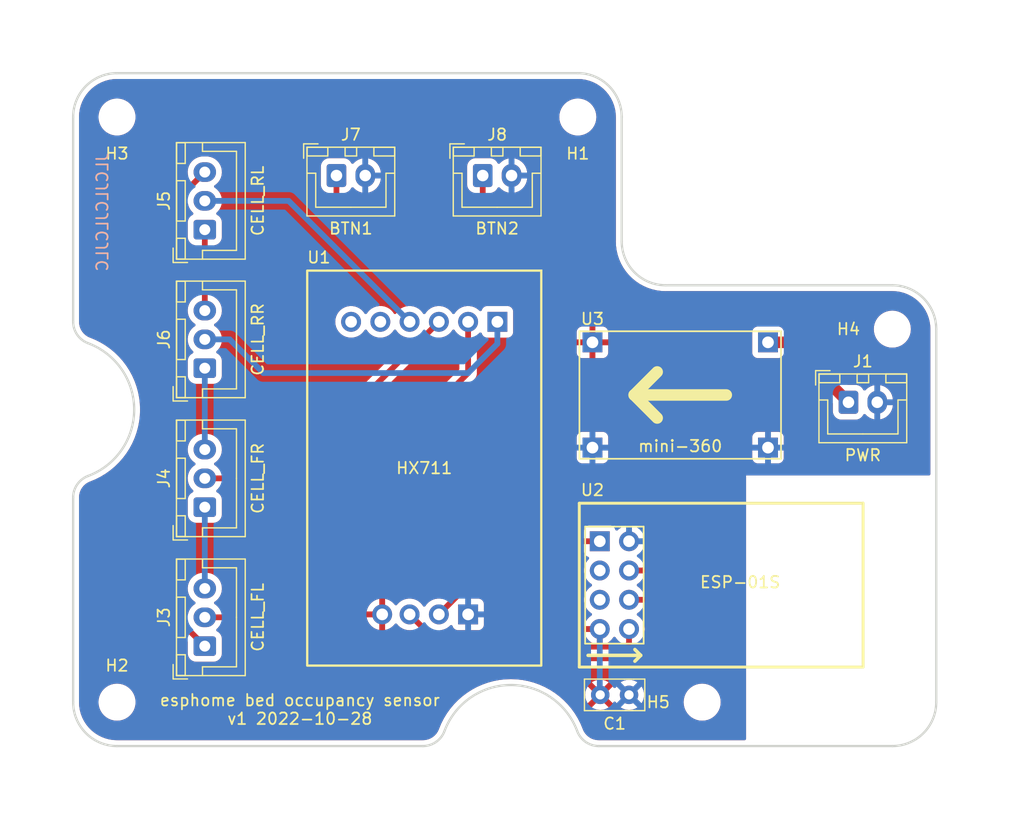
<source format=kicad_pcb>
(kicad_pcb (version 20221018) (generator pcbnew)
  (layers (0 "F.Cu" signal) (31 "B.Cu" signal) (34 "B.Paste" user) (35 "F.Paste" user) (36 "B.SilkS" user "B.Silkscreen") (37 "F.SilkS" user "F.Silkscreen") (38 "B.Mask" user) (39 "F.Mask" user) (44 "Edge.Cuts" user))
  (net 0 "")
  (net 1 "/+5V")
  (net 2 "GND")
  (net 3 "Net-(J3-Pad1)")
  (net 4 "Net-(J3-Pad2)")
  (net 5 "Net-(J3-Pad3)")
  (net 6 "Net-(J4-Pad2)")
  (net 7 "+3.3V")
  (net 8 "Net-(J4-Pad3)")
  (net 9 "Net-(J5-Pad1)")
  (net 10 "Net-(J5-Pad2)")
  (net 11 "Net-(J6-Pad2)")
  (net 12 "Net-(J7-Pad1)")
  (net 13 "Net-(J8-Pad1)")
  (net 14 "Net-(U1-Pad2)")
  (net 15 "Net-(U1-Pad3)")
  (footprint "Connector_JST:JST_XH_B3B-XH-A_1x03_P2.50mm_Vertical" (layer "F.Cu") (at 118.11 116.419 90)
    (fp_text reference "J3" (at 2.5 -3.55 90) (layer "F.SilkS"))
    (fp_text value "CELL_FL" (at 2.5 4.6 90) (layer "F.SilkS"))
    (fp_line (start -2.85 -2.75) (end -2.85 -1.5) (stroke (width 0.12)) (layer "F.SilkS"))
    (fp_line (start -2.56 -2.46) (end -2.56 3.51) (stroke (width 0.12)) (layer "F.SilkS"))
    (fp_line (start -2.56 3.51) (end 7.56 3.51) (stroke (width 0.12)) (layer "F.SilkS"))
    (fp_line (start -2.55 -2.45) (end -2.55 -1.7) (stroke (width 0.12)) (layer "F.SilkS"))
    (fp_line (start -2.55 -1.7) (end -0.75 -1.7) (stroke (width 0.12)) (layer "F.SilkS"))
    (fp_line (start -2.55 -0.2) (end -1.8 -0.2) (stroke (width 0.12)) (layer "F.SilkS"))
    (fp_line (start -1.8 -0.2) (end -1.8 2.75) (stroke (width 0.12)) (layer "F.SilkS"))
    (fp_line (start -1.8 2.75) (end 2.5 2.75) (stroke (width 0.12)) (layer "F.SilkS"))
    (fp_line (start -1.6 -2.75) (end -2.85 -2.75) (stroke (width 0.12)) (layer "F.SilkS"))
    (fp_line (start -0.75 -2.45) (end -2.55 -2.45) (stroke (width 0.12)) (layer "F.SilkS"))
    (fp_line (start -0.75 -1.7) (end -0.75 -2.45) (stroke (width 0.12)) (layer "F.SilkS"))
    (fp_line (start 0.75 -2.45) (end 0.75 -1.7) (stroke (width 0.12)) (layer "F.SilkS"))
    (fp_line (start 0.75 -1.7) (end 4.25 -1.7) (stroke (width 0.12)) (layer "F.SilkS"))
    (fp_line (start 4.25 -2.45) (end 0.75 -2.45) (stroke (width 0.12)) (layer "F.SilkS"))
    (fp_line (start 4.25 -1.7) (end 4.25 -2.45) (stroke (width 0.12)) (layer "F.SilkS"))
    (fp_line (start 5.75 -2.45) (end 5.75 -1.7) (stroke (width 0.12)) (layer "F.SilkS"))
    (fp_line (start 5.75 -1.7) (end 7.55 -1.7) (stroke (width 0.12)) (layer "F.SilkS"))
    (fp_line (start 6.8 -0.2) (end 6.8 2.75) (stroke (width 0.12)) (layer "F.SilkS"))
    (fp_line (start 6.8 2.75) (end 2.5 2.75) (stroke (width 0.12)) (layer "F.SilkS"))
    (fp_line (start 7.55 -2.45) (end 5.75 -2.45) (stroke (width 0.12)) (layer "F.SilkS"))
    (fp_line (start 7.55 -1.7) (end 7.55 -2.45) (stroke (width 0.12)) (layer "F.SilkS"))
    (fp_line (start 7.55 -0.2) (end 6.8 -0.2) (stroke (width 0.12)) (layer "F.SilkS"))
    (fp_line (start 7.56 -2.46) (end -2.56 -2.46) (stroke (width 0.12)) (layer "F.SilkS"))
    (fp_line (start 7.56 3.51) (end 7.56 -2.46) (stroke (width 0.12)) (layer "F.SilkS"))
    (pad "1" thru_hole roundrect (at 0 0 90) (size 1.7 1.95) (drill 0.95) (layers "*.Cu" "*.Mask") (roundrect_rratio 0.1470588235) (net 3 "Net-(J3-Pad1)"))
    (pad "2" thru_hole oval (at 2.5 0 90) (size 1.7 1.95) (drill 0.95) (layers "*.Cu" "*.Mask") (net 4 "Net-(J3-Pad2)"))
    (pad "3" thru_hole oval (at 5 0 90) (size 1.7 1.95) (drill 0.95) (layers "*.Cu" "*.Mask") (net 5 "Net-(J3-Pad3)"))
  )
  (footprint "!Custom:ESP-01" (layer "F.Cu") (at 152.4 107.315)
    (fp_text reference "U2" (at -0.635 -4.445) (layer "F.SilkS"))
    (fp_text value "ESP-01S" (at 12.192 3.556) (layer "F.SilkS"))
    (fp_line (start -1.778 -3.302) (end 22.86 -3.302) (stroke (width 0.254)) (layer "F.SilkS"))
    (fp_line (start -1.778 10.922) (end -1.778 -3.302) (stroke (width 0.254)) (layer "F.SilkS"))
    (fp_line (start -1.27 -1.27) (end -1.27 1.27) (stroke (width 0.1524)) (layer "F.SilkS"))
    (fp_line (start -1.27 1.27) (end -1.27 8.89) (stroke (width 0.1524)) (layer "F.SilkS"))
    (fp_line (start -1.27 8.89) (end 3.81 8.89) (stroke (width 0.1524)) (layer "F.SilkS"))
    (fp_line (start -1.016 9.906) (end 3.556 9.906) (stroke (width 0.3)) (layer "F.SilkS"))
    (fp_line (start 1.27 -1.27) (end -1.27 -1.27) (stroke (width 0.1524)) (layer "F.SilkS"))
    (fp_line (start 3.556 9.906) (end 3.048 9.398) (stroke (width 0.3)) (layer "F.SilkS"))
    (fp_line (start 3.556 9.906) (end 3.048 10.414) (stroke (width 0.3)) (layer "F.SilkS"))
    (fp_line (start 3.81 -1.27) (end 1.27 -1.27) (stroke (width 0.1524)) (layer "F.SilkS"))
    (fp_line (start 3.81 8.89) (end 3.81 -1.27) (stroke (width 0.1524)) (layer "F.SilkS"))
    (fp_line (start 22.86 -3.302) (end 22.86 10.922) (stroke (width 0.254)) (layer "F.SilkS"))
    (fp_line (start 22.86 10.922) (end -1.778 10.922) (stroke (width 0.254)) (layer "F.SilkS"))
    (pad "1" thru_hole rect (at 0 0) (size 1.7272 1.7272) (drill 1.016) (layers "*.Cu" "*.Mask") (net 14 "Net-(U1-Pad2)"))
    (pad "2" thru_hole oval (at 2.54 0) (size 1.7272 1.7272) (drill 1.016) (layers "*.Cu" "*.Mask") (net 2 "GND"))
    (pad "3" thru_hole oval (at 0 2.54) (size 1.7272 1.7272) (drill 1.016) (layers "*.Cu" "*.Mask"))
    (pad "4" thru_hole oval (at 2.54 2.54) (size 1.7272 1.7272) (drill 1.016) (layers "*.Cu" "*.Mask") (net 12 "Net-(J7-Pad1)"))
    (pad "5" thru_hole oval (at 0 5.08) (size 1.7272 1.7272) (drill 1.016) (layers "*.Cu" "*.Mask"))
    (pad "6" thru_hole oval (at 2.54 5.08) (size 1.7272 1.7272) (drill 1.016) (layers "*.Cu" "*.Mask") (net 13 "Net-(J8-Pad1)"))
    (pad "7" thru_hole oval (at 0 7.62) (size 1.7272 1.7272) (drill 1.016) (layers "*.Cu" "*.Mask") (net 7 "+3.3V"))
    (pad "8" thru_hole oval (at 2.54 7.62) (size 1.7272 1.7272) (drill 1.016) (layers "*.Cu" "*.Mask") (net 15 "Net-(U1-Pad3)"))
    (zone (net 0) (net_name "") (layers "*.Cu") (connect_pads (clearance 0)) (min_thickness 0.254)
      (keepout (tracks not_allowed) (vias not_allowed) (pads not_allowed) (copperpour not_allowed) (footprints not_allowed))
      (fill (thermal_gap 0.508) (thermal_bridge_width 0.508))
      (polygon (pts (xy 175.26 118.237) (xy 167.894 118.237) (xy 167.894 104.013) (xy 175.26 104.013)))
    )
  )
  (footprint "MountingHole:MountingHole_2.2mm_M2" (layer "F.Cu") (at 150.495 70.485)
    (fp_text reference "H1" (at 0 3.175) (layer "F.SilkS"))
    (fp_text value "MountingHole")
    (pad "" np_thru_hole circle (at 0 0) (size 2.2 2.2) (drill 2.2) (layers "*.Cu" "*.Mask"))
  )
  (footprint "Connector_JST:JST_XH_B3B-XH-A_1x03_P2.50mm_Vertical" (layer "F.Cu") (at 118.11 104.354 90)
    (fp_text reference "J4" (at 2.5 -3.55 90) (layer "F.SilkS"))
    (fp_text value "CELL_FR" (at 2.5 4.6 90) (layer "F.SilkS"))
    (fp_line (start -2.85 -2.75) (end -2.85 -1.5) (stroke (width 0.12)) (layer "F.SilkS"))
    (fp_line (start -2.56 -2.46) (end -2.56 3.51) (stroke (width 0.12)) (layer "F.SilkS"))
    (fp_line (start -2.56 3.51) (end 7.56 3.51) (stroke (width 0.12)) (layer "F.SilkS"))
    (fp_line (start -2.55 -2.45) (end -2.55 -1.7) (stroke (width 0.12)) (layer "F.SilkS"))
    (fp_line (start -2.55 -1.7) (end -0.75 -1.7) (stroke (width 0.12)) (layer "F.SilkS"))
    (fp_line (start -2.55 -0.2) (end -1.8 -0.2) (stroke (width 0.12)) (layer "F.SilkS"))
    (fp_line (start -1.8 -0.2) (end -1.8 2.75) (stroke (width 0.12)) (layer "F.SilkS"))
    (fp_line (start -1.8 2.75) (end 2.5 2.75) (stroke (width 0.12)) (layer "F.SilkS"))
    (fp_line (start -1.6 -2.75) (end -2.85 -2.75) (stroke (width 0.12)) (layer "F.SilkS"))
    (fp_line (start -0.75 -2.45) (end -2.55 -2.45) (stroke (width 0.12)) (layer "F.SilkS"))
    (fp_line (start -0.75 -1.7) (end -0.75 -2.45) (stroke (width 0.12)) (layer "F.SilkS"))
    (fp_line (start 0.75 -2.45) (end 0.75 -1.7) (stroke (width 0.12)) (layer "F.SilkS"))
    (fp_line (start 0.75 -1.7) (end 4.25 -1.7) (stroke (width 0.12)) (layer "F.SilkS"))
    (fp_line (start 4.25 -2.45) (end 0.75 -2.45) (stroke (width 0.12)) (layer "F.SilkS"))
    (fp_line (start 4.25 -1.7) (end 4.25 -2.45) (stroke (width 0.12)) (layer "F.SilkS"))
    (fp_line (start 5.75 -2.45) (end 5.75 -1.7) (stroke (width 0.12)) (layer "F.SilkS"))
    (fp_line (start 5.75 -1.7) (end 7.55 -1.7) (stroke (width 0.12)) (layer "F.SilkS"))
    (fp_line (start 6.8 -0.2) (end 6.8 2.75) (stroke (width 0.12)) (layer "F.SilkS"))
    (fp_line (start 6.8 2.75) (end 2.5 2.75) (stroke (width 0.12)) (layer "F.SilkS"))
    (fp_line (start 7.55 -2.45) (end 5.75 -2.45) (stroke (width 0.12)) (layer "F.SilkS"))
    (fp_line (start 7.55 -1.7) (end 7.55 -2.45) (stroke (width 0.12)) (layer "F.SilkS"))
    (fp_line (start 7.55 -0.2) (end 6.8 -0.2) (stroke (width 0.12)) (layer "F.SilkS"))
    (fp_line (start 7.56 -2.46) (end -2.56 -2.46) (stroke (width 0.12)) (layer "F.SilkS"))
    (fp_line (start 7.56 3.51) (end 7.56 -2.46) (stroke (width 0.12)) (layer "F.SilkS"))
    (pad "1" thru_hole roundrect (at 0 0 90) (size 1.7 1.95) (drill 0.95) (layers "*.Cu" "*.Mask") (roundrect_rratio 0.1470588235) (net 5 "Net-(J3-Pad3)"))
    (pad "2" thru_hole oval (at 2.5 0 90) (size 1.7 1.95) (drill 0.95) (layers "*.Cu" "*.Mask") (net 6 "Net-(J4-Pad2)"))
    (pad "3" thru_hole oval (at 5 0 90) (size 1.7 1.95) (drill 0.95) (layers "*.Cu" "*.Mask") (net 8 "Net-(J4-Pad3)"))
  )
  (footprint "Connector_JST:JST_XH_B2B-XH-A_1x02_P2.50mm_Vertical" (layer "F.Cu") (at 142.24 75.565)
    (fp_text reference "J8" (at 1.25 -3.55) (layer "F.SilkS"))
    (fp_text value "BTN2" (at 1.25 4.6) (layer "F.SilkS"))
    (fp_line (start -2.85 -2.75) (end -2.85 -1.5) (stroke (width 0.12)) (layer "F.SilkS"))
    (fp_line (start -2.56 -2.46) (end -2.56 3.51) (stroke (width 0.12)) (layer "F.SilkS"))
    (fp_line (start -2.56 3.51) (end 5.06 3.51) (stroke (width 0.12)) (layer "F.SilkS"))
    (fp_line (start -2.55 -2.45) (end -2.55 -1.7) (stroke (width 0.12)) (layer "F.SilkS"))
    (fp_line (start -2.55 -1.7) (end -0.75 -1.7) (stroke (width 0.12)) (layer "F.SilkS"))
    (fp_line (start -2.55 -0.2) (end -1.8 -0.2) (stroke (width 0.12)) (layer "F.SilkS"))
    (fp_line (start -1.8 -0.2) (end -1.8 2.75) (stroke (width 0.12)) (layer "F.SilkS"))
    (fp_line (start -1.8 2.75) (end 1.25 2.75) (stroke (width 0.12)) (layer "F.SilkS"))
    (fp_line (start -1.6 -2.75) (end -2.85 -2.75) (stroke (width 0.12)) (layer "F.SilkS"))
    (fp_line (start -0.75 -2.45) (end -2.55 -2.45) (stroke (width 0.12)) (layer "F.SilkS"))
    (fp_line (start -0.75 -1.7) (end -0.75 -2.45) (stroke (width 0.12)) (layer "F.SilkS"))
    (fp_line (start 0.75 -2.45) (end 0.75 -1.7) (stroke (width 0.12)) (layer "F.SilkS"))
    (fp_line (start 0.75 -1.7) (end 1.75 -1.7) (stroke (width 0.12)) (layer "F.SilkS"))
    (fp_line (start 1.75 -2.45) (end 0.75 -2.45) (stroke (width 0.12)) (layer "F.SilkS"))
    (fp_line (start 1.75 -1.7) (end 1.75 -2.45) (stroke (width 0.12)) (layer "F.SilkS"))
    (fp_line (start 3.25 -2.45) (end 3.25 -1.7) (stroke (width 0.12)) (layer "F.SilkS"))
    (fp_line (start 3.25 -1.7) (end 5.05 -1.7) (stroke (width 0.12)) (layer "F.SilkS"))
    (fp_line (start 4.3 -0.2) (end 4.3 2.75) (stroke (width 0.12)) (layer "F.SilkS"))
    (fp_line (start 4.3 2.75) (end 1.25 2.75) (stroke (width 0.12)) (layer "F.SilkS"))
    (fp_line (start 5.05 -2.45) (end 3.25 -2.45) (stroke (width 0.12)) (layer "F.SilkS"))
    (fp_line (start 5.05 -1.7) (end 5.05 -2.45) (stroke (width 0.12)) (layer "F.SilkS"))
    (fp_line (start 5.05 -0.2) (end 4.3 -0.2) (stroke (width 0.12)) (layer "F.SilkS"))
    (fp_line (start 5.06 -2.46) (end -2.56 -2.46) (stroke (width 0.12)) (layer "F.SilkS"))
    (fp_line (start 5.06 3.51) (end 5.06 -2.46) (stroke (width 0.12)) (layer "F.SilkS"))
    (pad "1" thru_hole roundrect (at 0 0) (size 1.7 2) (drill 1) (layers "*.Cu" "*.Mask") (roundrect_rratio 0.1470588235) (net 13 "Net-(J8-Pad1)"))
    (pad "2" thru_hole oval (at 2.5 0) (size 1.7 2) (drill 1) (layers "*.Cu" "*.Mask") (net 2 "GND"))
  )
  (footprint "Connector_JST:JST_XH_B3B-XH-A_1x03_P2.50mm_Vertical" (layer "F.Cu") (at 118.11 80.264 90)
    (fp_text reference "J5" (at 2.5 -3.55 90) (layer "F.SilkS"))
    (fp_text value "CELL_RL" (at 2.5 4.6 90) (layer "F.SilkS"))
    (fp_line (start -2.85 -2.75) (end -2.85 -1.5) (stroke (width 0.12)) (layer "F.SilkS"))
    (fp_line (start -2.56 -2.46) (end -2.56 3.51) (stroke (width 0.12)) (layer "F.SilkS"))
    (fp_line (start -2.56 3.51) (end 7.56 3.51) (stroke (width 0.12)) (layer "F.SilkS"))
    (fp_line (start -2.55 -2.45) (end -2.55 -1.7) (stroke (width 0.12)) (layer "F.SilkS"))
    (fp_line (start -2.55 -1.7) (end -0.75 -1.7) (stroke (width 0.12)) (layer "F.SilkS"))
    (fp_line (start -2.55 -0.2) (end -1.8 -0.2) (stroke (width 0.12)) (layer "F.SilkS"))
    (fp_line (start -1.8 -0.2) (end -1.8 2.75) (stroke (width 0.12)) (layer "F.SilkS"))
    (fp_line (start -1.8 2.75) (end 2.5 2.75) (stroke (width 0.12)) (layer "F.SilkS"))
    (fp_line (start -1.6 -2.75) (end -2.85 -2.75) (stroke (width 0.12)) (layer "F.SilkS"))
    (fp_line (start -0.75 -2.45) (end -2.55 -2.45) (stroke (width 0.12)) (layer "F.SilkS"))
    (fp_line (start -0.75 -1.7) (end -0.75 -2.45) (stroke (width 0.12)) (layer "F.SilkS"))
    (fp_line (start 0.75 -2.45) (end 0.75 -1.7) (stroke (width 0.12)) (layer "F.SilkS"))
    (fp_line (start 0.75 -1.7) (end 4.25 -1.7) (stroke (width 0.12)) (layer "F.SilkS"))
    (fp_line (start 4.25 -2.45) (end 0.75 -2.45) (stroke (width 0.12)) (layer "F.SilkS"))
    (fp_line (start 4.25 -1.7) (end 4.25 -2.45) (stroke (width 0.12)) (layer "F.SilkS"))
    (fp_line (start 5.75 -2.45) (end 5.75 -1.7) (stroke (width 0.12)) (layer "F.SilkS"))
    (fp_line (start 5.75 -1.7) (end 7.55 -1.7) (stroke (width 0.12)) (layer "F.SilkS"))
    (fp_line (start 6.8 -0.2) (end 6.8 2.75) (stroke (width 0.12)) (layer "F.SilkS"))
    (fp_line (start 6.8 2.75) (end 2.5 2.75) (stroke (width 0.12)) (layer "F.SilkS"))
    (fp_line (start 7.55 -2.45) (end 5.75 -2.45) (stroke (width 0.12)) (layer "F.SilkS"))
    (fp_line (start 7.55 -1.7) (end 7.55 -2.45) (stroke (width 0.12)) (layer "F.SilkS"))
    (fp_line (start 7.55 -0.2) (end 6.8 -0.2) (stroke (width 0.12)) (layer "F.SilkS"))
    (fp_line (start 7.56 -2.46) (end -2.56 -2.46) (stroke (width 0.12)) (layer "F.SilkS"))
    (fp_line (start 7.56 3.51) (end 7.56 -2.46) (stroke (width 0.12)) (layer "F.SilkS"))
    (pad "1" thru_hole roundrect (at 0 0 90) (size 1.7 1.95) (drill 0.95) (layers "*.Cu" "*.Mask") (roundrect_rratio 0.1470588235) (net 9 "Net-(J5-Pad1)"))
    (pad "2" thru_hole oval (at 2.5 0 90) (size 1.7 1.95) (drill 0.95) (layers "*.Cu" "*.Mask") (net 10 "Net-(J5-Pad2)"))
    (pad "3" thru_hole oval (at 5 0 90) (size 1.7 1.95) (drill 0.95) (layers "*.Cu" "*.Mask") (net 3 "Net-(J3-Pad1)"))
  )
  (footprint "!Custom:HX711" (layer "F.Cu") (at 137.16 100.965 -90)
    (fp_text reference "U1" (at -18.288 9.144 unlocked) (layer "F.SilkS"))
    (fp_text value "HX711" (at 0 0 unlocked) (layer "F.SilkS"))
    (fp_rect (start -17.145 -10.16) (end 17.145 10.16) (stroke (width 0.2)) (fill none) (layer "F.SilkS"))
    (pad "1" thru_hole rect (at 12.7 -3.81 270) (size 1.7272 1.7272) (drill 1.016) (layers "*.Cu" "*.Mask") (net 2 "GND"))
    (pad "2" thru_hole oval (at 12.7 -1.27 270) (size 1.7272 1.7272) (drill 1.016) (layers "*.Cu" "*.Mask") (net 14 "Net-(U1-Pad2)"))
    (pad "3" thru_hole oval (at 12.7 1.27 270) (size 1.7272 1.7272) (drill 1.016) (layers "*.Cu" "*.Mask") (net 15 "Net-(U1-Pad3)"))
    (pad "4" thru_hole oval (at 12.7 3.65 270) (size 1.7272 1.7272) (drill 1.016) (layers "*.Cu" "*.Mask") (net 7 "+3.3V"))
    (pad "5" thru_hole rect (at -12.7 -6.35 270) (size 1.7272 1.7272) (drill 1.016) (layers "*.Cu" "*.Mask") (net 11 "Net-(J6-Pad2)"))
    (pad "6" thru_hole oval (at -12.7 -3.81 270) (size 1.7272 1.7272) (drill 1.016) (layers "*.Cu" "*.Mask") (net 4 "Net-(J3-Pad2)"))
    (pad "7" thru_hole oval (at -12.7 -1.27 270) (size 1.7272 1.7272) (drill 1.016) (layers "*.Cu" "*.Mask") (net 6 "Net-(J4-Pad2)"))
    (pad "8" thru_hole oval (at -12.7 1.27 270) (size 1.7272 1.7272) (drill 1.016) (layers "*.Cu" "*.Mask") (net 10 "Net-(J5-Pad2)"))
    (pad "9" thru_hole oval (at -12.7 3.81 270) (size 1.7272 1.7272) (drill 1.016) (layers "*.Cu" "*.Mask"))
    (pad "10" thru_hole oval (at -12.7 6.35 270) (size 1.7272 1.7272) (drill 1.016) (layers "*.Cu" "*.Mask"))
  )
  (footprint "MountingHole:MountingHole_2.2mm_M2" (layer "F.Cu") (at 161.29 121.285)
    (fp_text reference "H5" (at -3.81 0) (layer "F.SilkS"))
    (fp_text value "MountingHole")
    (pad "" np_thru_hole circle (at 0 0) (size 2.2 2.2) (drill 2.2) (layers "*.Cu" "*.Mask"))
  )
  (footprint "Connector_JST:JST_XH_B2B-XH-A_1x02_P2.50mm_Vertical" (layer "F.Cu") (at 129.54 75.565)
    (fp_text reference "J7" (at 1.25 -3.55) (layer "F.SilkS"))
    (fp_text value "BTN1" (at 1.25 4.6) (layer "F.SilkS"))
    (fp_line (start -2.85 -2.75) (end -2.85 -1.5) (stroke (width 0.12)) (layer "F.SilkS"))
    (fp_line (start -2.56 -2.46) (end -2.56 3.51) (stroke (width 0.12)) (layer "F.SilkS"))
    (fp_line (start -2.56 3.51) (end 5.06 3.51) (stroke (width 0.12)) (layer "F.SilkS"))
    (fp_line (start -2.55 -2.45) (end -2.55 -1.7) (stroke (width 0.12)) (layer "F.SilkS"))
    (fp_line (start -2.55 -1.7) (end -0.75 -1.7) (stroke (width 0.12)) (layer "F.SilkS"))
    (fp_line (start -2.55 -0.2) (end -1.8 -0.2) (stroke (width 0.12)) (layer "F.SilkS"))
    (fp_line (start -1.8 -0.2) (end -1.8 2.75) (stroke (width 0.12)) (layer "F.SilkS"))
    (fp_line (start -1.8 2.75) (end 1.25 2.75) (stroke (width 0.12)) (layer "F.SilkS"))
    (fp_line (start -1.6 -2.75) (end -2.85 -2.75) (stroke (width 0.12)) (layer "F.SilkS"))
    (fp_line (start -0.75 -2.45) (end -2.55 -2.45) (stroke (width 0.12)) (layer "F.SilkS"))
    (fp_line (start -0.75 -1.7) (end -0.75 -2.45) (stroke (width 0.12)) (layer "F.SilkS"))
    (fp_line (start 0.75 -2.45) (end 0.75 -1.7) (stroke (width 0.12)) (layer "F.SilkS"))
    (fp_line (start 0.75 -1.7) (end 1.75 -1.7) (stroke (width 0.12)) (layer "F.SilkS"))
    (fp_line (start 1.75 -2.45) (end 0.75 -2.45) (stroke (width 0.12)) (layer "F.SilkS"))
    (fp_line (start 1.75 -1.7) (end 1.75 -2.45) (stroke (width 0.12)) (layer "F.SilkS"))
    (fp_line (start 3.25 -2.45) (end 3.25 -1.7) (stroke (width 0.12)) (layer "F.SilkS"))
    (fp_line (start 3.25 -1.7) (end 5.05 -1.7) (stroke (width 0.12)) (layer "F.SilkS"))
    (fp_line (start 4.3 -0.2) (end 4.3 2.75) (stroke (width 0.12)) (layer "F.SilkS"))
    (fp_line (start 4.3 2.75) (end 1.25 2.75) (stroke (width 0.12)) (layer "F.SilkS"))
    (fp_line (start 5.05 -2.45) (end 3.25 -2.45) (stroke (width 0.12)) (layer "F.SilkS"))
    (fp_line (start 5.05 -1.7) (end 5.05 -2.45) (stroke (width 0.12)) (layer "F.SilkS"))
    (fp_line (start 5.05 -0.2) (end 4.3 -0.2) (stroke (width 0.12)) (layer "F.SilkS"))
    (fp_line (start 5.06 -2.46) (end -2.56 -2.46) (stroke (width 0.12)) (layer "F.SilkS"))
    (fp_line (start 5.06 3.51) (end 5.06 -2.46) (stroke (width 0.12)) (layer "F.SilkS"))
    (pad "1" thru_hole roundrect (at 0 0) (size 1.7 2) (drill 1) (layers "*.Cu" "*.Mask") (roundrect_rratio 0.1470588235) (net 12 "Net-(J7-Pad1)"))
    (pad "2" thru_hole oval (at 2.5 0) (size 1.7 2) (drill 1) (layers "*.Cu" "*.Mask") (net 2 "GND"))
  )
  (footprint "MountingHole:MountingHole_2.2mm_M2" (layer "F.Cu") (at 110.49 121.285)
    (fp_text reference "H2" (at 0 -3.175) (layer "F.SilkS"))
    (fp_text value "MountingHole")
    (pad "" np_thru_hole circle (at 0 0) (size 2.2 2.2) (drill 2.2) (layers "*.Cu" "*.Mask"))
  )
  (footprint "MountingHole:MountingHole_2.2mm_M2" (layer "F.Cu") (at 110.49 70.485)
    (fp_text reference "H3" (at 0 3.175) (layer "F.SilkS"))
    (fp_text value "MountingHole")
    (pad "" np_thru_hole circle (at 0 0) (size 2.2 2.2) (drill 2.2) (layers "*.Cu" "*.Mask"))
  )
  (footprint "MountingHole:MountingHole_2.2mm_M2" (layer "F.Cu") (at 177.8 88.9)
    (fp_text reference "H4" (at -3.81 0) (layer "F.SilkS"))
    (fp_text value "MountingHole")
    (pad "" np_thru_hole circle (at 0 0) (size 2.2 2.2) (drill 2.2) (layers "*.Cu" "*.Mask"))
  )
  (footprint "Connector_JST:JST_XH_B2B-XH-A_1x02_P2.50mm_Vertical" (layer "F.Cu") (at 173.99 95.25)
    (fp_text reference "J1" (at 1.25 -3.55) (layer "F.SilkS"))
    (fp_text value "PWR" (at 1.25 4.6) (layer "F.SilkS"))
    (fp_line (start -2.85 -2.75) (end -2.85 -1.5) (stroke (width 0.12)) (layer "F.SilkS"))
    (fp_line (start -2.56 -2.46) (end -2.56 3.51) (stroke (width 0.12)) (layer "F.SilkS"))
    (fp_line (start -2.56 3.51) (end 5.06 3.51) (stroke (width 0.12)) (layer "F.SilkS"))
    (fp_line (start -2.55 -2.45) (end -2.55 -1.7) (stroke (width 0.12)) (layer "F.SilkS"))
    (fp_line (start -2.55 -1.7) (end -0.75 -1.7) (stroke (width 0.12)) (layer "F.SilkS"))
    (fp_line (start -2.55 -0.2) (end -1.8 -0.2) (stroke (width 0.12)) (layer "F.SilkS"))
    (fp_line (start -1.8 -0.2) (end -1.8 2.75) (stroke (width 0.12)) (layer "F.SilkS"))
    (fp_line (start -1.8 2.75) (end 1.25 2.75) (stroke (width 0.12)) (layer "F.SilkS"))
    (fp_line (start -1.6 -2.75) (end -2.85 -2.75) (stroke (width 0.12)) (layer "F.SilkS"))
    (fp_line (start -0.75 -2.45) (end -2.55 -2.45) (stroke (width 0.12)) (layer "F.SilkS"))
    (fp_line (start -0.75 -1.7) (end -0.75 -2.45) (stroke (width 0.12)) (layer "F.SilkS"))
    (fp_line (start 0.75 -2.45) (end 0.75 -1.7) (stroke (width 0.12)) (layer "F.SilkS"))
    (fp_line (start 0.75 -1.7) (end 1.75 -1.7) (stroke (width 0.12)) (layer "F.SilkS"))
    (fp_line (start 1.75 -2.45) (end 0.75 -2.45) (stroke (width 0.12)) (layer "F.SilkS"))
    (fp_line (start 1.75 -1.7) (end 1.75 -2.45) (stroke (width 0.12)) (layer "F.SilkS"))
    (fp_line (start 3.25 -2.45) (end 3.25 -1.7) (stroke (width 0.12)) (layer "F.SilkS"))
    (fp_line (start 3.25 -1.7) (end 5.05 -1.7) (stroke (width 0.12)) (layer "F.SilkS"))
    (fp_line (start 4.3 -0.2) (end 4.3 2.75) (stroke (width 0.12)) (layer "F.SilkS"))
    (fp_line (start 4.3 2.75) (end 1.25 2.75) (stroke (width 0.12)) (layer "F.SilkS"))
    (fp_line (start 5.05 -2.45) (end 3.25 -2.45) (stroke (width 0.12)) (layer "F.SilkS"))
    (fp_line (start 5.05 -1.7) (end 5.05 -2.45) (stroke (width 0.12)) (layer "F.SilkS"))
    (fp_line (start 5.05 -0.2) (end 4.3 -0.2) (stroke (width 0.12)) (layer "F.SilkS"))
    (fp_line (start 5.06 -2.46) (end -2.56 -2.46) (stroke (width 0.12)) (layer "F.SilkS"))
    (fp_line (start 5.06 3.51) (end 5.06 -2.46) (stroke (width 0.12)) (layer "F.SilkS"))
    (pad "1" thru_hole roundrect (at 0 0) (size 1.7 2) (drill 1) (layers "*.Cu" "*.Mask") (roundrect_rratio 0.1470588235) (net 1 "/+5V"))
    (pad "2" thru_hole oval (at 2.5 0) (size 1.7 2) (drill 1) (layers "*.Cu" "*.Mask") (net 2 "GND"))
  )
  (footprint "Capacitor_THT:C_Disc_D5.0mm_W2.5mm_P2.50mm" (layer "F.Cu") (at 154.94 120.65 180)
    (fp_text reference "C1" (at 1.25 -2.5) (layer "F.SilkS"))
    (fp_text value "0.1μF")
    (fp_line (start -1.37 -1.37) (end -1.37 1.37) (stroke (width 0.12)) (layer "F.SilkS"))
    (fp_line (start -1.37 -1.37) (end 3.87 -1.37) (stroke (width 0.12)) (layer "F.SilkS"))
    (fp_line (start -1.37 1.37) (end 3.87 1.37) (stroke (width 0.12)) (layer "F.SilkS"))
    (fp_line (start 3.87 -1.37) (end 3.87 1.37) (stroke (width 0.12)) (layer "F.SilkS"))
    (pad "1" thru_hole circle (at 0 0 180) (size 1.6 1.6) (drill 0.8) (layers "*.Cu" "*.Mask") (net 2 "GND"))
    (pad "2" thru_hole circle (at 2.5 0 180) (size 1.6 1.6) (drill 0.8) (layers "*.Cu" "*.Mask") (net 7 "+3.3V"))
  )
  (footprint "Connector_JST:JST_XH_B3B-XH-A_1x03_P2.50mm_Vertical" (layer "F.Cu") (at 118.11 92.289 90)
    (fp_text reference "J6" (at 2.5 -3.55 90) (layer "F.SilkS"))
    (fp_text value "CELL_RR" (at 2.5 4.6 90) (layer "F.SilkS"))
    (fp_line (start -2.85 -2.75) (end -2.85 -1.5) (stroke (width 0.12)) (layer "F.SilkS"))
    (fp_line (start -2.56 -2.46) (end -2.56 3.51) (stroke (width 0.12)) (layer "F.SilkS"))
    (fp_line (start -2.56 3.51) (end 7.56 3.51) (stroke (width 0.12)) (layer "F.SilkS"))
    (fp_line (start -2.55 -2.45) (end -2.55 -1.7) (stroke (width 0.12)) (layer "F.SilkS"))
    (fp_line (start -2.55 -1.7) (end -0.75 -1.7) (stroke (width 0.12)) (layer "F.SilkS"))
    (fp_line (start -2.55 -0.2) (end -1.8 -0.2) (stroke (width 0.12)) (layer "F.SilkS"))
    (fp_line (start -1.8 -0.2) (end -1.8 2.75) (stroke (width 0.12)) (layer "F.SilkS"))
    (fp_line (start -1.8 2.75) (end 2.5 2.75) (stroke (width 0.12)) (layer "F.SilkS"))
    (fp_line (start -1.6 -2.75) (end -2.85 -2.75) (stroke (width 0.12)) (layer "F.SilkS"))
    (fp_line (start -0.75 -2.45) (end -2.55 -2.45) (stroke (width 0.12)) (layer "F.SilkS"))
    (fp_line (start -0.75 -1.7) (end -0.75 -2.45) (stroke (width 0.12)) (layer "F.SilkS"))
    (fp_line (start 0.75 -2.45) (end 0.75 -1.7) (stroke (width 0.12)) (layer "F.SilkS"))
    (fp_line (start 0.75 -1.7) (end 4.25 -1.7) (stroke (width 0.12)) (layer "F.SilkS"))
    (fp_line (start 4.25 -2.45) (end 0.75 -2.45) (stroke (width 0.12)) (layer "F.SilkS"))
    (fp_line (start 4.25 -1.7) (end 4.25 -2.45) (stroke (width 0.12)) (layer "F.SilkS"))
    (fp_line (start 5.75 -2.45) (end 5.75 -1.7) (stroke (width 0.12)) (layer "F.SilkS"))
    (fp_line (start 5.75 -1.7) (end 7.55 -1.7) (stroke (width 0.12)) (layer "F.SilkS"))
    (fp_line (start 6.8 -0.2) (end 6.8 2.75) (stroke (width 0.12)) (layer "F.SilkS"))
    (fp_line (start 6.8 2.75) (end 2.5 2.75) (stroke (width 0.12)) (layer "F.SilkS"))
    (fp_line (start 7.55 -2.45) (end 5.75 -2.45) (stroke (width 0.12)) (layer "F.SilkS"))
    (fp_line (start 7.55 -1.7) (end 7.55 -2.45) (stroke (width 0.12)) (layer "F.SilkS"))
    (fp_line (start 7.55 -0.2) (end 6.8 -0.2) (stroke (width 0.12)) (layer "F.SilkS"))
    (fp_line (start 7.56 -2.46) (end -2.56 -2.46) (stroke (width 0.12)) (layer "F.SilkS"))
    (fp_line (start 7.56 3.51) (end 7.56 -2.46) (stroke (width 0.12)) (layer "F.SilkS"))
    (pad "1" thru_hole roundrect (at 0 0 90) (size 1.7 1.95) (drill 0.95) (layers "*.Cu" "*.Mask") (roundrect_rratio 0.1470588235) (net 8 "Net-(J4-Pad3)"))
    (pad "2" thru_hole oval (at 2.5 0 90) (size 1.7 1.95) (drill 0.95) (layers "*.Cu" "*.Mask") (net 11 "Net-(J6-Pad2)"))
    (pad "3" thru_hole oval (at 5 0 90) (size 1.7 1.95) (drill 0.95) (layers "*.Cu" "*.Mask") (net 9 "Net-(J5-Pad1)"))
  )
  (footprint "!Custom:mini-360" (layer "F.Cu") (at 159.385 94.615 180)
    (fp_text reference "U3" (at 7.62 6.604) (layer "F.SilkS"))
    (fp_text value "mini-360" (at 0 -4.445) (layer "F.SilkS"))
    (fp_line (start -8.75 -5.54) (end -8.75 5.53) (stroke (width 0.15)) (layer "F.SilkS"))
    (fp_line (start -8.75 -5.54) (end 8.75 -5.54) (stroke (width 0.15)) (layer "F.SilkS"))
    (fp_line (start -4 0) (end 4 0) (stroke (width 1)) (layer "F.SilkS"))
    (fp_line (start 4 0) (end 2 -2) (stroke (width 1)) (layer "F.SilkS"))
    (fp_line (start 4 0) (end 2 2) (stroke (width 1)) (layer "F.SilkS"))
    (fp_line (start 8.75 5.53) (end -8.75 5.53) (stroke (width 0.15)) (layer "F.SilkS"))
    (fp_line (start 8.75 5.53) (end 8.75 -5.54) (stroke (width 0.15)) (layer "F.SilkS"))
    (pad "1" thru_hole rect (at -7.62 -4.57 180) (size 1.7272 1.7272) (drill 1.016) (layers "*.Cu" "*.Mask") (net 2 "GND"))
    (pad "2" thru_hole rect (at -7.62 4.57 180) (size 1.7272 1.7272) (drill 1.016) (layers "*.Cu" "*.Mask") (net 1 "/+5V"))
    (pad "3" thru_hole rect (at 7.62 -4.57 180) (size 1.7272 1.7272) (drill 1.016) (layers "*.Cu" "*.Mask") (net 2 "GND"))
    (pad "4" thru_hole rect (at 7.62 4.57 180) (size 1.7272 1.7272) (drill 1.016) (layers "*.Cu" "*.Mask") (net 7 "+3.3V"))
  )
  (gr_arc (start 107.980474 90.123365) (mid 107.036976 89.390072) (end 106.68 88.249689) (stroke (width 0.2)) (layer "Edge.Cuts"))
  (gr_arc (start 138.918365 123.794526) (mid 144.68 119.795514) (end 150.441635 123.794525) (stroke (width 0.2)) (layer "Edge.Cuts"))
  (gr_line (start 150.49499 66.675) (end 110.49 66.675) (stroke (width 0.2)) (layer "Edge.Cuts"))
  (gr_line (start 154.305 81.28) (end 154.304999 70.485001) (stroke (width 0.2)) (layer "Edge.Cuts"))
  (gr_arc (start 177.79999 85.09) (mid 180.494074 86.20592) (end 181.61 88.900002) (stroke (width 0.2)) (layer "Edge.Cuts"))
  (gr_arc (start 106.680001 103.520311) (mid 107.036978 102.379928) (end 107.980475 101.646635) (stroke (width 0.2)) (layer "Edge.Cuts"))
  (gr_arc (start 110.49 125.095) (mid 107.795923 123.979077) (end 106.68 121.285) (stroke (width 0.2)) (layer "Edge.Cuts"))
  (gr_line (start 106.680001 103.520311) (end 106.68 121.285) (stroke (width 0.2)) (layer "Edge.Cuts"))
  (gr_arc (start 107.980474 90.123365) (mid 111.979486 95.885) (end 107.980475 101.646635) (stroke (width 0.2)) (layer "Edge.Cuts"))
  (gr_line (start 181.61 121.285) (end 181.61 88.900002) (stroke (width 0.2)) (layer "Edge.Cuts"))
  (gr_line (start 152.315311 125.094999) (end 177.8 125.095) (stroke (width 0.2)) (layer "Edge.Cuts"))
  (gr_arc (start 158.115001 85.09) (mid 155.420924 83.974077) (end 154.305 81.28) (stroke (width 0.2)) (layer "Edge.Cuts"))
  (gr_line (start 110.49 125.095) (end 137.044689 125.095) (stroke (width 0.2)) (layer "Edge.Cuts"))
  (gr_line (start 106.68 70.485) (end 106.68 88.249689) (stroke (width 0.2)) (layer "Edge.Cuts"))
  (gr_arc (start 152.315311 125.094999) (mid 151.174923 124.738027) (end 150.441635 123.794525) (stroke (width 0.2)) (layer "Edge.Cuts"))
  (gr_line (start 177.79999 85.09) (end 158.115001 85.09) (stroke (width 0.2)) (layer "Edge.Cuts"))
  (gr_arc (start 150.49499 66.675001) (mid 153.189073 67.790921) (end 154.304999 70.485001) (stroke (width 0.2)) (layer "Edge.Cuts"))
  (gr_arc (start 106.68 70.485) (mid 107.795923 67.790923) (end 110.49 66.675) (stroke (width 0.2)) (layer "Edge.Cuts"))
  (gr_arc (start 138.918365 123.794526) (mid 138.185072 124.738024) (end 137.044689 125.095) (stroke (width 0.2)) (layer "Edge.Cuts"))
  (gr_arc (start 181.61 121.285) (mid 180.494077 123.979077) (end 177.8 125.095) (stroke (width 0.2)) (layer "Edge.Cuts"))
  (gr_text "JLCJLCJLCJLC" (at 109.22 78.74 90) (layer "B.SilkS") (effects (font (size 1 1)) (justify mirror)))
  (gr_text "esphome bed occupancy sensor\nv1 2022-10-28" (at 126.365 121.92) (layer "F.SilkS") (effects (font (size 1 1))))
  (segment (start 173.99 95.25) (end 168.785 90.045) (width 1) (layer "F.Cu") (net 1))
  (segment (start 168.785 90.045) (end 167.005 90.045) (width 1) (layer "F.Cu") (net 1))
  (segment (start 114.3 79.074) (end 114.3 112.609) (width 0.5) (layer "F.Cu") (net 3))
  (segment (start 118.11 75.264) (end 114.3 79.074) (width 0.5) (layer "F.Cu") (net 3))
  (segment (start 114.3 112.609) (end 118.11 116.419) (width 0.5) (layer "F.Cu") (net 3))
  (segment (start 118.11 113.919) (end 119.761 113.919) (width 0.5) (layer "F.Cu") (net 4))
  (segment (start 119.761 113.919) (end 140.97 92.71) (width 0.5) (layer "F.Cu") (net 4))
  (segment (start 140.97 92.71) (end 140.97 88.265) (width 0.5) (layer "F.Cu") (net 4))
  (segment (start 118.11 104.354) (end 118.11 111.419) (width 0.5) (layer "B.Cu") (net 5))
  (segment (start 124.841 101.854) (end 138.43 88.265) (width 0.5) (layer "F.Cu") (net 6))
  (segment (start 118.11 101.854) (end 124.841 101.854) (width 0.5) (layer "F.Cu") (net 6))
  (segment (start 152.4 114.935) (end 152.4 120.61) (width 0.5) (layer "B.Cu") (net 7))
  (segment (start 152.4 120.61) (end 152.44 120.65) (width 0.5) (layer "B.Cu") (net 7))
  (segment (start 118.11 92.289) (end 118.11 99.354) (width 0.5) (layer "B.Cu") (net 8))
  (segment (start 118.11 80.264) (end 118.11 87.289) (width 0.5) (layer "F.Cu") (net 9))
  (segment (start 135.89 88.265) (end 125.389 77.764) (width 0.5) (layer "B.Cu") (net 10))
  (segment (start 125.389 77.764) (end 118.11 77.764) (width 0.5) (layer "B.Cu") (net 10))
  (segment (start 120.269 89.789) (end 118.11 89.789) (width 0.5) (layer "B.Cu") (net 11))
  (segment (start 143.51 90.17) (end 140.97 92.71) (width 0.5) (layer "B.Cu") (net 11))
  (segment (start 140.97 92.71) (end 123.19 92.71) (width 0.5) (layer "B.Cu") (net 11))
  (segment (start 123.19 92.71) (end 120.269 89.789) (width 0.5) (layer "B.Cu") (net 11))
  (segment (start 143.51 88.265) (end 143.51 90.17) (width 0.5) (layer "B.Cu") (net 11))
  (segment (start 149.225 104.775) (end 146.05 101.6) (width 0.5) (layer "F.Cu") (net 12))
  (segment (start 129.54 77.47) (end 129.54 75.565) (width 0.5) (layer "F.Cu") (net 12))
  (segment (start 146.05 101.6) (end 146.05 86.36) (width 0.5) (layer "F.Cu") (net 12))
  (segment (start 155.575 104.775) (end 149.225 104.775) (width 0.5) (layer "F.Cu") (net 12))
  (segment (start 157.48 106.68) (end 155.575 104.775) (width 0.5) (layer "F.Cu") (net 12))
  (segment (start 146.05 86.36) (end 142.24 82.55) (width 0.5) (layer "F.Cu") (net 12))
  (segment (start 154.94 109.855) (end 156.21 109.855) (width 0.5) (layer "F.Cu") (net 12))
  (segment (start 142.24 82.55) (end 134.62 82.55) (width 0.5) (layer "F.Cu") (net 12))
  (segment (start 156.21 109.855) (end 157.48 108.585) (width 0.5) (layer "F.Cu") (net 12))
  (segment (start 134.62 82.55) (end 129.54 77.47) (width 0.5) (layer "F.Cu") (net 12))
  (segment (start 157.48 108.585) (end 157.48 106.68) (width 0.5) (layer "F.Cu") (net 12))
  (segment (start 154.94 112.395) (end 157.48 112.395) (width 0.5) (layer "F.Cu") (net 13))
  (segment (start 160.02 109.855) (end 160.02 105.7275) (width 0.5) (layer "F.Cu") (net 13))
  (segment (start 148.59 84.455) (end 142.24 78.105) (width 0.5) (layer "F.Cu") (net 13))
  (segment (start 156.5275 102.235) (end 150.495 102.235) (width 0.5) (layer "F.Cu") (net 13))
  (segment (start 160.02 105.7275) (end 156.5275 102.235) (width 0.5) (layer "F.Cu") (net 13))
  (segment (start 148.59 100.33) (end 148.59 84.455) (width 0.5) (layer "F.Cu") (net 13))
  (segment (start 142.24 78.105) (end 142.24 75.565) (width 0.5) (layer "F.Cu") (net 13))
  (segment (start 157.48 112.395) (end 160.02 109.855) (width 0.5) (layer "F.Cu") (net 13))
  (segment (start 150.495 102.235) (end 148.59 100.33) (width 0.5) (layer "F.Cu") (net 13))
  (segment (start 152.4 107.315) (end 144.78 107.315) (width 0.5) (layer "F.Cu") (net 14))
  (segment (start 144.78 107.315) (end 138.43 113.665) (width 0.5) (layer "F.Cu") (net 14))
  (segment (start 139.7 117.475) (end 135.89 113.665) (width 0.5) (layer "F.Cu") (net 15))
  (segment (start 153.67 117.475) (end 139.7 117.475) (width 0.5) (layer "F.Cu") (net 15))
  (segment (start 154.94 116.205) (end 153.67 117.475) (width 0.5) (layer "F.Cu") (net 15))
  (segment (start 154.94 114.935) (end 154.94 116.205) (width 0.5) (layer "F.Cu") (net 15))
  (zone (net 7) (net_name "+3.3V") (layer "F.Cu") (connect_pads (clearance 0.508)) (min_thickness 0.254) (fill yes (thermal_gap 0.508) (thermal_bridge_width 0.508))
    (polygon (pts (xy 189.23 131.445) (xy 100.33 131.445) (xy 100.33 60.325) (xy 189.23 60.325)))
  )
  (zone (net 0) (net_name "") (layers "F&B.Cu" "F.CrtYd") (connect_pads (clearance 0)) (min_thickness 0.254)
    (keepout (tracks not_allowed) (vias not_allowed) (pads not_allowed) (copperpour not_allowed) (footprints allowed))
    (fill (thermal_gap 0.508) (thermal_bridge_width 0.508))
    (polygon (pts (xy 181.61 125.095) (xy 165.1 125.095) (xy 165.1 101.6) (xy 181.61 101.6)))
  )
  (zone (net 2) (net_name "GND") (layer "B.Cu") (connect_pads (clearance 0.508)) (min_thickness 0.254) (fill yes (thermal_gap 0.508) (thermal_bridge_width 0.508))
    (polygon (pts (xy 189.23 131.445) (xy 100.33 131.445) (xy 100.33 60.325) (xy 189.23 60.325)))
  )
)
</source>
